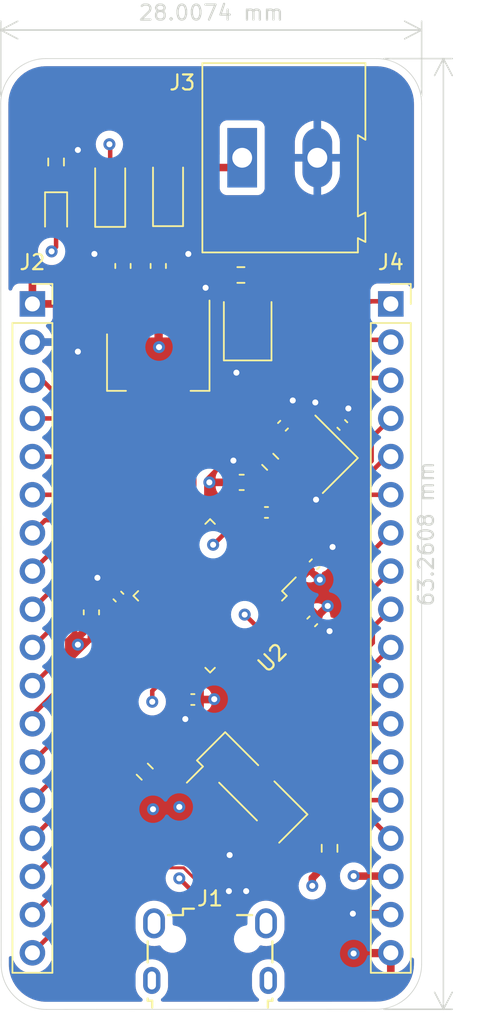
<source format=kicad_pcb>
(kicad_pcb (version 20211014) (generator pcbnew)
  (layers (0 "F.Cu" signal) (1 "In1.Cu" signal) (2 "In2.Cu" signal) (31 "B.Cu" power) (34 "B.Paste" user) (35 "F.Paste" user) (36 "B.SilkS" user "B.Silkscreen") (37 "F.SilkS" user "F.Silkscreen") (38 "B.Mask" user) (39 "F.Mask" user) (44 "Edge.Cuts" user))
  (net 0 "")
  (net 1 "GND")
  (net 2 "Net-(C1-Pad2)")
  (net 3 "+3V3")
  (net 4 "/Crystal_In")
  (net 5 "Net-(C11-Pad1)")
  (net 6 "VBUS")
  (net 7 "+BATT")
  (net 8 "Net-(D3-Pad2)")
  (net 9 "Net-(D4-Pad1)")
  (net 10 "/LED_STAT")
  (net 11 "/USB_D-")
  (net 12 "/USB_D+")
  (net 15 "/PC13")
  (net 16 "/PC14")
  (net 17 "/PC15")
  (net 18 "/PB0")
  (net 19 "/PB1")
  (net 20 "/PB2")
  (net 21 "/PB4")
  (net 22 "/PB5")
  (net 23 "/PB6")
  (net 24 "/PB7")
  (net 25 "/PB8")
  (net 26 "/PB9")
  (net 27 "/PB10")
  (net 28 "/PB11")
  (net 29 "/PB12")
  (net 30 "/PB13")
  (net 31 "/SWDIO")
  (net 32 "/SWCLK")
  (net 33 "/PA15")
  (net 34 "/SWO")
  (net 35 "/PA10")
  (net 36 "/PA9")
  (net 37 "/PA8")
  (net 38 "/PA7")
  (net 39 "/PA6")
  (net 40 "/PA5")
  (net 41 "/PA4")
  (net 42 "/PA3")
  (net 43 "/PA2")
  (net 44 "/PA0")
  (net 45 "/PB14")
  (net 46 "/PB15")
  (net 47 "/Boot_Mode")
  (net 48 "Net-(R2-Pad2)")
  (net 49 "/Crystal_Out")
  (footprint "Resistor_SMD:R_0603_1608Metric" (layer "F.Cu") (at 67.5 41.1 180)
    (fp_text reference "R1" hide)
    (fp_text value "330" hide)
    (pad "1" smd roundrect (at -0.825 0 180) (size 0.8 0.95) (layers "F.Cu" "F.Paste" "F.Mask") (net 8 "Net-(D3-Pad2)"))
    (pad "2" smd roundrect (at 0.825 0 180) (size 0.8 0.95) (layers "F.Cu" "F.Paste" "F.Mask") (net 3 "+3V3"))
  )
  (footprint "Capacitor_SMD:C_0603_1608Metric" (layer "F.Cu") (at 59.65 40.5 -90)
    (fp_text reference "C1" hide)
    (fp_text value "10uF" hide)
    (pad "1" smd roundrect (at -0.775 0 270) (size 0.9 0.95) (layers "F.Cu" "F.Paste" "F.Mask") (net 1 "GND"))
    (pad "2" smd roundrect (at 0.775 0 270) (size 0.9 0.95) (layers "F.Cu" "F.Paste" "F.Mask") (net 2 "Net-(C1-Pad2)"))
  )
  (footprint "Capacitor_SMD:C_0402_1005Metric" (layer "F.Cu") (at 72.25 64.15 -135)
    (fp_text reference "C6" hide)
    (fp_text value "100nF" hide)
    (pad "1" smd roundrect (at -0.48 0 225) (size 0.56 0.62) (layers "F.Cu" "F.Paste" "F.Mask") (net 3 "+3V3"))
    (pad "2" smd roundrect (at 0.48 0 225) (size 0.56 0.62) (layers "F.Cu" "F.Paste" "F.Mask") (net 1 "GND"))
  )
  (footprint "Diode_SMD:D_SOD-123" (layer "F.Cu") (at 62.65 35.6 90)
    (fp_text reference "D2" hide)
    (fp_text value "1N5819" hide)
    (pad "1" smd rect (at -1.65 0 90) (size 0.9 1.2) (layers "F.Cu" "F.Paste" "F.Mask") (net 2 "Net-(C1-Pad2)"))
    (pad "2" smd rect (at 1.65 0 90) (size 0.9 1.2) (layers "F.Cu" "F.Paste" "F.Mask") (net 7 "+BATT"))
  )
  (footprint "Resistor_SMD:R_0603_1608Metric" (layer "F.Cu") (at 55.2 33.58125 90)
    (fp_text reference "R5" hide)
    (fp_text value "1k5" hide)
    (pad "1" smd roundrect (at -0.825 0 90) (size 0.8 0.95) (layers "F.Cu" "F.Paste" "F.Mask") (net 9 "Net-(D4-Pad1)"))
    (pad "2" smd roundrect (at 0.825 0 90) (size 0.8 0.95) (layers "F.Cu" "F.Paste" "F.Mask") (net 1 "GND"))
  )
  (footprint "LED_SMD:LED_0603_1608Metric" (layer "F.Cu") (at 55.2 37.08125 -90)
    (fp_text reference "D4" hide)
    (fp_text value "BLUE" hide)
    (pad "1" smd roundrect (at -0.7875 0 270) (size 0.875 0.95) (layers "F.Cu" "F.Paste" "F.Mask") (net 9 "Net-(D4-Pad1)"))
    (pad "2" smd roundrect (at 0.7875 0 270) (size 0.875 0.95) (layers "F.Cu" "F.Paste" "F.Mask") (net 10 "/LED_STAT"))
  )
  (footprint "Capacitor_SMD:C_0402_1005Metric" (layer "F.Cu") (at 64.3 69.35 180)
    (fp_text reference "C4" hide)
    (fp_text value "100nF" hide)
    (pad "1" smd roundrect (at -0.48 0 180) (size 0.56 0.62) (layers "F.Cu" "F.Paste" "F.Mask") (net 3 "+3V3"))
    (pad "2" smd roundrect (at 0.48 0 180) (size 0.56 0.62) (layers "F.Cu" "F.Paste" "F.Mask") (net 1 "GND"))
  )
  (footprint "Connector_PinSocket_2.54mm:PinSocket_1x18_P2.54mm_Vertical" (layer "F.Cu") (at 53.625 43.025)
    (fp_text reference "J2" (at 0 -2.77) (layer "F.SilkS"))
    (fp_text value "Conn_01x18" hide)
    (pad "1" thru_hole rect (at 0 0) (size 1.7 1.7) (drill 1) (layers *.Cu *.Mask) (net 3 "+3V3"))
    (pad "2" thru_hole oval (at 0 2.54) (size 1.7 1.7) (drill 1) (layers *.Cu *.Mask) (net 1 "GND"))
    (pad "3" thru_hole oval (at 0 5.08) (size 1.7 1.7) (drill 1) (layers *.Cu *.Mask) (net 41 "/PA4"))
    (pad "4" thru_hole oval (at 0 7.62) (size 1.7 1.7) (drill 1) (layers *.Cu *.Mask) (net 40 "/PA5"))
    (pad "5" thru_hole oval (at 0 10.16) (size 1.7 1.7) (drill 1) (layers *.Cu *.Mask) (net 39 "/PA6"))
    (pad "6" thru_hole oval (at 0 12.7) (size 1.7 1.7) (drill 1) (layers *.Cu *.Mask) (net 38 "/PA7"))
    (pad "7" thru_hole oval (at 0 15.24) (size 1.7 1.7) (drill 1) (layers *.Cu *.Mask) (net 18 "/PB0"))
    (pad "8" thru_hole oval (at 0 17.78) (size 1.7 1.7) (drill 1) (layers *.Cu *.Mask) (net 19 "/PB1"))
    (pad "9" thru_hole oval (at 0 20.32) (size 1.7 1.7) (drill 1) (layers *.Cu *.Mask) (net 20 "/PB2"))
    (pad "10" thru_hole oval (at 0 22.86) (size 1.7 1.7) (drill 1) (layers *.Cu *.Mask) (net 27 "/PB10"))
    (pad "11" thru_hole oval (at 0 25.4) (size 1.7 1.7) (drill 1) (layers *.Cu *.Mask) (net 28 "/PB11"))
    (pad "12" thru_hole oval (at 0 27.94) (size 1.7 1.7) (drill 1) (layers *.Cu *.Mask) (net 29 "/PB12"))
    (pad "13" thru_hole oval (at 0 30.48) (size 1.7 1.7) (drill 1) (layers *.Cu *.Mask) (net 30 "/PB13"))
    (pad "14" thru_hole oval (at 0 33.02) (size 1.7 1.7) (drill 1) (layers *.Cu *.Mask) (net 45 "/PB14"))
    (pad "15" thru_hole oval (at 0 35.56) (size 1.7 1.7) (drill 1) (layers *.Cu *.Mask) (net 46 "/PB15"))
    (pad "16" thru_hole oval (at 0 38.1) (size 1.7 1.7) (drill 1) (layers *.Cu *.Mask) (net 37 "/PA8"))
    (pad "17" thru_hole oval (at 0 40.64) (size 1.7 1.7) (drill 1) (layers *.Cu *.Mask) (net 36 "/PA9"))
    (pad "18" thru_hole oval (at 0 43.18) (size 1.7 1.7) (drill 1) (layers *.Cu *.Mask) (net 35 "/PA10"))
  )
  (footprint "Capacitor_SMD:C_0603_1608Metric" (layer "F.Cu") (at 67.55 54.9)
    (fp_text reference "C9" hide)
    (fp_text value "1uF" hide)
    (pad "1" smd roundrect (at -0.775 0) (size 0.9 0.95) (layers "F.Cu" "F.Paste" "F.Mask") (net 3 "+3V3"))
    (pad "2" smd roundrect (at 0.775 0) (size 0.9 0.95) (layers "F.Cu" "F.Paste" "F.Mask") (net 1 "GND"))
  )
  (footprint "Capacitor_SMD:C_0402_1005Metric" (layer "F.Cu") (at 72.4 60.35 45)
    (fp_text reference "C5" hide)
    (fp_text value "100nF" hide)
    (pad "1" smd roundrect (at -0.48 0 45) (size 0.56 0.62) (layers "F.Cu" "F.Paste" "F.Mask") (net 3 "+3V3"))
    (pad "2" smd roundrect (at 0.48 0 45) (size 0.56 0.62) (layers "F.Cu" "F.Paste" "F.Mask") (net 1 "GND"))
  )
  (footprint "Resistor_SMD:R_0603_1608Metric" (layer "F.Cu") (at 69.45 53.531554 -45)
    (fp_text reference "R4" hide)
    (fp_text value "47" hide)
    (pad "1" smd roundrect (at -0.825 0 315) (size 0.8 0.95) (layers "F.Cu" "F.Paste" "F.Mask") (net 5 "Net-(C11-Pad1)"))
    (pad "2" smd roundrect (at 0.825 0 315) (size 0.8 0.95) (layers "F.Cu" "F.Paste" "F.Mask") (net 49 "/Crystal_Out"))
  )
  (footprint "Resistor_SMD:R_0603_1608Metric" (layer "F.Cu") (at 73.4 79.25 90)
    (fp_text reference "R2" hide)
    (fp_text value "10k" hide)
    (pad "1" smd roundrect (at -0.825 0 90) (size 0.8 0.95) (layers "F.Cu" "F.Paste" "F.Mask") (net 47 "/Boot_Mode"))
    (pad "2" smd roundrect (at 0.825 0 90) (size 0.8 0.95) (layers "F.Cu" "F.Paste" "F.Mask") (net 48 "Net-(R2-Pad2)"))
  )
  (footprint "Resistor_SMD:R_0603_1608Metric" (layer "F.Cu") (at 61.1 74.15 -45)
    (fp_text reference "R3" hide)
    (fp_text value "1.5k" hide)
    (pad "1" smd roundrect (at -0.825 0 315) (size 0.8 0.95) (layers "F.Cu" "F.Paste" "F.Mask") (net 12 "/USB_D+"))
    (pad "2" smd roundrect (at 0.825 0 315) (size 0.8 0.95) (layers "F.Cu" "F.Paste" "F.Mask") (net 3 "+3V3"))
  )
  (footprint "Capacitor_SMD:C_0603_1608Metric" (layer "F.Cu") (at 62 40.5 -90)
    (fp_text reference "C2" hide)
    (fp_text value "10uF" hide)
    (pad "1" smd roundrect (at -0.775 0 270) (size 0.9 0.95) (layers "F.Cu" "F.Paste" "F.Mask") (net 1 "GND"))
    (pad "2" smd roundrect (at 0.775 0 270) (size 0.9 0.95) (layers "F.Cu" "F.Paste" "F.Mask") (net 3 "+3V3"))
  )
  (footprint "Connector_PinSocket_2.54mm:PinSocket_1x18_P2.54mm_Vertical" (layer "F.Cu") (at 77.475 43.025)
    (fp_text reference "J4" (at 0 -2.77) (layer "F.SilkS"))
    (fp_text value "Conn_01x18" hide)
    (pad "1" thru_hole rect (at 0 0) (size 1.7 1.7) (drill 1) (layers *.Cu *.Mask) (net 42 "/PA3"))
    (pad "2" thru_hole oval (at 0 2.54) (size 1.7 1.7) (drill 1) (layers *.Cu *.Mask) (net 43 "/PA2"))
    (pad "3" thru_hole oval (at 0 5.08) (size 1.7 1.7) (drill 1) (layers *.Cu *.Mask) (net 44 "/PA0"))
    (pad "4" thru_hole oval (at 0 7.62) (size 1.7 1.7) (drill 1) (layers *.Cu *.Mask) (net 17 "/PC15"))
    (pad "5" thru_hole oval (at 0 10.16) (size 1.7 1.7) (drill 1) (layers *.Cu *.Mask) (net 16 "/PC14"))
    (pad "6" thru_hole oval (at 0 12.7) (size 1.7 1.7) (drill 1) (layers *.Cu *.Mask) (net 15 "/PC13"))
    (pad "7" thru_hole oval (at 0 15.24) (size 1.7 1.7) (drill 1) (layers *.Cu *.Mask) (net 26 "/PB9"))
    (pad "8" thru_hole oval (at 0 17.78) (size 1.7 1.7) (drill 1) (layers *.Cu *.Mask) (net 25 "/PB8"))
    (pad "9" thru_hole oval (at 0 20.32) (size 1.7 1.7) (drill 1) (layers *.Cu *.Mask) (net 24 "/PB7"))
    (pad "10" thru_hole oval (at 0 22.86) (size 1.7 1.7) (drill 1) (layers *.Cu *.Mask) (net 23 "/PB6"))
    (pad "11" thru_hole oval (at 0 25.4) (size 1.7 1.7) (drill 1) (layers *.Cu *.Mask) (net 22 "/PB5"))
    (pad "12" thru_hole oval (at 0 27.94) (size 1.7 1.7) (drill 1) (layers *.Cu *.Mask) (net 21 "/PB4"))
    (pad "13" thru_hole oval (at 0 30.48) (size 1.7 1.7) (drill 1) (layers *.Cu *.Mask) (net 34 "/SWO"))
    (pad "14" thru_hole oval (at 0 33.02) (size 1.7 1.7) (drill 1) (layers *.Cu *.Mask) (net 33 "/PA15"))
    (pad "15" thru_hole oval (at 0 35.56) (size 1.7 1.7) (drill 1) (layers *.Cu *.Mask) (net 32 "/SWCLK"))
    (pad "16" thru_hole oval (at 0 38.1) (size 1.7 1.7) (drill 1) (layers *.Cu *.Mask) (net 31 "/SWDIO"))
    (pad "17" thru_hole oval (at 0 40.64) (size 1.7 1.7) (drill 1) (layers *.Cu *.Mask) (net 1 "GND"))
    (pad "18" thru_hole oval (at 0 43.18) (size 1.7 1.7) (drill 1) (layers *.Cu *.Mask) (net 3 "+3V3"))
  )
  (footprint "Connector_USB:USB_Micro-B_Wuerth_629105150521" (layer "F.Cu") (at 65.445 86.095)
    (fp_text reference "J1" (at 0 -3.5) (layer "F.SilkS"))
    (fp_text value "USB_B_Micro" hide)
    (pad "" np_thru_hole oval (at -2.5 -0.8) (size 0.8 0.8) (drill 0.8) (layers *.Cu *.Mask))
    (pad "" np_thru_hole oval (at 2.5 -0.8) (size 0.8 0.8) (drill 0.8) (layers *.Cu *.Mask))
    (pad "1" smd rect (at -1.3 -1.9) (size 0.45 1.3) (layers "F.Cu" "F.Paste" "F.Mask") (net 6 "VBUS"))
    (pad "2" smd rect (at -0.65 -1.9) (size 0.45 1.3) (layers "F.Cu" "F.Paste" "F.Mask") (net 11 "/USB_D-"))
    (pad "3" smd rect (at 0 -1.9) (size 0.45 1.3) (layers "F.Cu" "F.Paste" "F.Mask") (net 12 "/USB_D+"))
    (pad "4" smd rect (at 0.65 -1.9) (size 0.45 1.3) (layers "F.Cu" "F.Paste" "F.Mask"))
    (pad "5" smd rect (at 1.3 -1.9) (size 0.45 1.3) (layers "F.Cu" "F.Paste" "F.Mask") (net 1 "GND"))
    (pad "6" thru_hole oval (at -3.875 1.95) (size 1.15 1.8) (drill oval 0.55 1.2) (layers *.Cu *.Mask))
    (pad "6" thru_hole oval (at -3.725 -1.85) (size 1.45 2) (drill oval 0.85 1.4) (layers *.Cu *.Mask))
    (pad "6" thru_hole oval (at 3.725 -1.85) (size 1.45 2) (drill oval 0.85 1.4) (layers *.Cu *.Mask))
    (pad "6" thru_hole oval (at 3.875 1.95) (size 1.15 1.8) (drill oval 0.55 1.2) (layers *.Cu *.Mask))
  )
  (footprint "Capacitor_SMD:C_0402_1005Metric" (layer "F.Cu") (at 74.25 51.081554 135)
    (fp_text reference "C10" hide)
    (fp_text value "12pF" hide)
    (pad "1" smd roundrect (at -0.48 0 135) (size 0.56 0.62) (layers "F.Cu" "F.Paste" "F.Mask") (net 4 "/Crystal_In"))
    (pad "2" smd roundrect (at 0.48 0 135) (size 0.56 0.62) (layers "F.Cu" "F.Paste" "F.Mask") (net 1 "GND"))
  )
  (footprint "Capacitor_SMD:C_0402_1005Metric" (layer "F.Cu") (at 59.35 62.5 135)
    (fp_text reference "C3" hide)
    (fp_text value "100nF" hide)
    (pad "1" smd roundrect (at -0.48 0 135) (size 0.56 0.62) (layers "F.Cu" "F.Paste" "F.Mask") (net 3 "+3V3"))
    (pad "2" smd roundrect (at 0.48 0 135) (size 0.56 0.62) (layers "F.Cu" "F.Paste" "F.Mask") (net 1 "GND"))
  )
  (footprint "Capacitor_SMD:C_0402_1005Metric" (layer "F.Cu") (at 69.2 56.9)
    (fp_text reference "C8" hide)
    (fp_text value "100nF" hide)
    (pad "1" smd roundrect (at -0.48 0) (size 0.56 0.62) (layers "F.Cu" "F.Paste" "F.Mask") (net 3 "+3V3"))
    (pad "2" smd roundrect (at 0.48 0) (size 0.56 0.62) (layers "F.Cu" "F.Paste" "F.Mask") (net 1 "GND"))
  )
  (footprint "Capacitor_SMD:C_0402_1005Metric" (layer "F.Cu") (at 70.3 51.131554 45)
    (fp_text reference "C11" hide)
    (fp_text value "12pF" hide)
    (pad "1" smd roundrect (at -0.48 0 45) (size 0.56 0.62) (layers "F.Cu" "F.Paste" "F.Mask") (net 5 "Net-(C11-Pad1)"))
    (pad "2" smd roundrect (at 0.48 0 45) (size 0.56 0.62) (layers "F.Cu" "F.Paste" "F.Mask") (net 1 "GND"))
  )
  (footprint "LED_SMD:LED_1210_3225Metric" (layer "F.Cu") (at 67.95 44.5 90)
    (fp_text reference "D3" hide)
    (fp_text value "LED_Green" hide)
    (pad "1" smd roundrect (at -1.4 0 90) (size 1.25 2.65) (layers "F.Cu" "F.Paste" "F.Mask") (roundrect_rratio 0.2) (net 1 "GND"))
    (pad "2" smd roundrect (at 1.4 0 90) (size 1.25 2.65) (layers "F.Cu" "F.Paste" "F.Mask") (roundrect_rratio 0.2) (net 8 "Net-(D3-Pad2)"))
  )
  (footprint "Crystal:Crystal_SMD_3225-4Pin_3.2x2.5mm" (layer "F.Cu") (at 72.7 53.031554 135)
    (fp_text reference "Y1" hide)
    (fp_text value "X322516MLB4SI" hide)
    (pad "1" smd rect (at -1.1 0.85 135) (size 1.4 1.2) (layers "F.Cu" "F.Paste" "F.Mask") (net 4 "/Crystal_In"))
    (pad "2" smd rect (at 1.1 0.85 135) (size 1.4 1.2) (layers "F.Cu" "F.Paste" "F.Mask") (net 1 "GND"))
    (pad "3" smd rect (at 1.1 -0.85 135) (size 1.4 1.2) (layers "F.Cu" "F.Paste" "F.Mask") (net 5 "Net-(C11-Pad1)"))
    (pad "4" smd rect (at -1.1 -0.85 135) (size 1.4 1.2) (layers "F.Cu" "F.Paste" "F.Mask") (net 1 "GND"))
  )
  (footprint "Package_QFP:LQFP-48_7x7mm_P0.5mm" (layer "F.Cu") (at 65.45 62.45 -135)
    (fp_text reference "U2" (at 0 -5.85 45) (layer "F.SilkS"))
    (fp_text value "STM32F302C8Tx" hide)
    (pad "1" smd roundrect (at -4.1625 -2.75 225) (size 1.475 0.3) (layers "F.Cu" "F.Paste" "F.Mask") (net 3 "+3V3"))
    (pad "2" smd roundrect (at -4.1625 -2.25 225) (size 1.475 0.3) (layers "F.Cu" "F.Paste" "F.Mask") (net 15 "/PC13"))
    (pad "3" smd roundrect (at -4.1625 -1.75 225) (size 1.475 0.3) (layers "F.Cu" "F.Paste" "F.Mask") (net 16 "/PC14"))
    (pad "4" smd roundrect (at -4.1625 -1.25 225) (size 1.475 0.3) (layers "F.Cu" "F.Paste" "F.Mask") (net 17 "/PC15"))
    (pad "5" smd roundrect (at -4.1625 -0.75 225) (size 1.475 0.3) (layers "F.Cu" "F.Paste" "F.Mask") (net 4 "/Crystal_In"))
    (pad "6" smd roundrect (at -4.1625 -0.25 225) (size 1.475 0.3) (layers "F.Cu" "F.Paste" "F.Mask") (net 49 "/Crystal_Out"))
    (pad "7" smd roundrect (at -4.1625 0.25 225) (size 1.475 0.3) (layers "F.Cu" "F.Paste" "F.Mask"))
    (pad "8" smd roundrect (at -4.1625 0.75 225) (size 1.475 0.3) (layers "F.Cu" "F.Paste" "F.Mask") (net 1 "GND"))
    (pad "9" smd roundrect (at -4.1625 1.25 225) (size 1.475 0.3) (layers "F.Cu" "F.Paste" "F.Mask") (net 3 "+3V3"))
    (pad "10" smd roundrect (at -4.1625 1.75 225) (size 1.475 0.3) (layers "F.Cu" "F.Paste" "F.Mask") (net 44 "/PA0"))
    (pad "11" smd roundrect (at -4.1625 2.25 225) (size 1.475 0.3) (layers "F.Cu" "F.Paste" "F.Mask") (net 10 "/LED_STAT"))
    (pad "12" smd roundrect (at -4.1625 2.75 225) (size 1.475 0.3) (layers "F.Cu" "F.Paste" "F.Mask") (net 43 "/PA2"))
    (pad "13" smd roundrect (at -2.75 4.1625 225) (size 0.3 1.475) (layers "F.Cu" "F.Paste" "F.Mask") (net 42 "/PA3"))
    (pad "14" smd roundrect (at -2.25 4.1625 225) (size 0.3 1.475) (layers "F.Cu" "F.Paste" "F.Mask") (net 41 "/PA4"))
    (pad "15" smd roundrect (at -1.75 4.1625 225) (size 0.3 1.475) (layers "F.Cu" "F.Paste" "F.Mask") (net 40 "/PA5"))
    (pad "16" smd roundrect (at -1.25 4.1625 225) (size 0.3 1.475) (layers "F.Cu" "F.Paste" "F.Mask") (net 39 "/PA6"))
    (pad "17" smd roundrect (at -0.75 4.1625 225) (size 0.3 1.475) (layers "F.Cu" "F.Paste" "F.Mask") (net 38 "/PA7"))
    (pad "18" smd roundrect (at -0.25 4.1625 225) (size 0.3 1.475) (layers "F.Cu" "F.Paste" "F.Mask") (net 18 "/PB0"))
    (pad "19" smd roundrect (at 0.25 4.1625 225) (size 0.3 1.475) (layers "F.Cu" "F.Paste" "F.Mask") (net 19 "/PB1"))
    (pad "20" smd roundrect (at 0.75 4.1625 225) (size 0.3 1.475) (layers "F.Cu" "F.Paste" "F.Mask") (net 20 "/PB2"))
    (pad "21" smd roundrect (at 1.25 4.1625 225) (size 0.3 1.475) (layers "F.Cu" "F.Paste" "F.Mask") (net 27 "/PB10"))
    (pad "22" smd roundrect (at 1.75 4.1625 225) (size 0.3 1.475) (layers "F.Cu" "F.Paste" "F.Mask") (net 28 "/PB11"))
    (pad "23" smd roundrect (at 2.25 4.1625 225) (size 0.3 1.475) (layers "F.Cu" "F.Paste" "F.Mask") (net 1 "GND"))
    (pad "24" smd roundrect (at 2.75 4.1625 225) (size 0.3 1.475) (layers "F.Cu" "F.Paste" "F.Mask") (net 3 "+3V3"))
    (pad "25" smd roundrect (at 4.1625 2.75 225) (size 1.475 0.3) (layers "F.Cu" "F.Paste" "F.Mask") (net 29 "/PB12"))
    (pad "26" smd roundrect (at 4.1625 2.25 225) (size 1.475 0.3) (layers "F.Cu" "F.Paste" "F.Mask") (net 30 "/PB13"))
    (pad "27" smd roundrect (at 4.1625 1.75 225) (size 1.475 0.3) (layers "F.Cu" "F.Paste" "F.Mask") (net 45 "/PB14"))
    (pad "28" smd roundrect (at 4.1625 1.25 225) (size 1.475 0.3) (layers "F.Cu" "F.Paste" "F.Mask") (net 46 "/PB15"))
    (pad "29" smd roundrect (at 4.1625 0.75 225) (size 1.475 0.3) (layers "F.Cu" "F.Paste" "F.Mask") (net 37 "/PA8"))
    (pad "30" smd roundrect (at 4.1625 0.25 225) (size 1.475 0.3) (layers "F.Cu" "F.Paste" "F.Mask") (net 36 "/PA9"))
    (pad "31" smd roundrect (at 4.1625 -0.25 225) (size 1.475 0.3) (layers "F.Cu" "F.Paste" "F.Mask") (net 35 "/PA10"))
    (pad "32" smd roundrect (at 4.1625 -0.75 225) (size 1.475 0.3) (layers "F.Cu" "F.Paste" "F.Mask") (net 11 "/USB_D-"))
    (pad "33" smd roundrect (at 4.1625 -1.25 225) (size 1.475 0.3) (layers "F.Cu" "F.Paste" "F.Mask") (net 12 "/USB_D+"))
    (pad "34" smd roundrect (at 4.1625 -1.75 225) (size 1.475 0.3) (layers "F.Cu" "F.Paste" "F.Mask") (net 31 "/SWDIO"))
    (pad "35" smd roundrect (at 4.1625 -2.25 225) (size 1.475 0.3) (layers "F.Cu" "F.Paste" "F.Mask") (net 1 "GND"))
    (pad "36" smd roundrect (at 4.1625 -2.75 225) (size 1.475 0.3) (layers "F.Cu" "F.Paste" "F.Mask") (net 3 "+3V3"))
    (pad "37" smd roundrect (at 2.75 -4.1625 225) (size 0.3 1.475) (layers "F.Cu" "F.Paste" "F.Mask") (net 32 "/SWCLK"))
    (pad "38" smd roundrect (at 2.25 -4.1625 225) (size 0.3 1.475) (layers "F.Cu" "F.Paste" "F.Mask") (net 33 "/PA15"))
    (pad "39" smd roundrect (at 1.75 -4.1625 225) (size 0.3 1.475) (layers "F.Cu" "F.Paste" "F.Mask") (net 34 "/SWO"))
    (pad "40" smd roundrect (at 1.25 -4.1625 225) (size 0.3 1.475) (layers "F.Cu" "F.Paste" "F.Mask") (net 21 "/PB4"))
    (pad "41" smd roundrect (at 0.75 -4.1625 225) (size 0.3 1.475) (layers "F.Cu" "F.Paste" "F.Mask") (net 22 "/PB5"))
    (pad "42" smd roundrect (at 0.25 -4.1625 225) (size 0.3 1.475) (layers "F.Cu" "F.Paste" "F.Mask") (net 23 "/PB6"))
    (pad "43" smd roundrect (at -0.25 -4.1625 225) (size 0.3 1.475) (layers "F.Cu" "F.Paste" "F.Mask") (net 24 "/PB7"))
    (pad "44" smd roundrect (at -0.75 -4.1625 225) (size 0.3 1.475) (layers "F.Cu" "F.Paste" "F.Mask") (net 47 "/Boot_Mode"))
    (pad "45" smd roundrect (at -1.25 -4.1625 225) (size 0.3 1.475) (layers "F.Cu" "F.Paste" "F.Mask") (net 25 "/PB8"))
    (pad "46" smd roundrect (at -1.75 -4.1625 225) (size 0.3 1.475) (layers "F.Cu" "F.Paste" "F.Mask") (net 26 "/PB9"))
    (pad "47" smd roundrect (at -2.25 -4.1625 225) (size 0.3 1.475) (layers "F.Cu" "F.Paste" "F.Mask") (net 1 "GND"))
    (pad "48" smd roundrect (at -2.75 -4.1625 225) (size 0.3 1.475) (layers "F.Cu" "F.Paste" "F.Mask") (net 3 "+3V3"))
  )
  (footprint "Capacitor_SMD:C_0603_1608Metric" (layer "F.Cu") (at 57.55 63.55 90)
    (fp_text reference "C7" hide)
    (fp_text value "4.7uF" hide)
    (pad "1" smd roundrect (at -0.775 0 90) (size 0.9 0.95) (layers "F.Cu" "F.Paste" "F.Mask") (net 3 "+3V3"))
    (pad "2" smd roundrect (at 0.775 0 90) (size 0.9 0.95) (layers "F.Cu" "F.Paste" "F.Mask") (net 1 "GND"))
  )
  (footprint "Diode_SMD:D_SOD-123" (layer "F.Cu") (at 58.8 35.65 90)
    (fp_text reference "D1" hide)
    (fp_text value "1N5819" hide)
    (pad "1" smd rect (at -1.65 0 90) (size 0.9 1.2) (layers "F.Cu" "F.Paste" "F.Mask") (net 2 "Net-(C1-Pad2)"))
    (pad "2" smd rect (at 1.65 0 90) (size 0.9 1.2) (layers "F.Cu" "F.Paste" "F.Mask") (net 6 "VBUS"))
  )
  (footprint "TerminalBlock:TerminalBlock_Altech_AK300-2_P5.00mm" (layer "F.Cu") (at 67.585 33.3)
    (fp_text reference "J3" (at -3.985 -5) (layer "F.SilkS"))
    (fp_text value "Screw_Terminal_01x02" hide)
    (pad "1" thru_hole rect (at 0 0) (size 1.98 3.96) (drill 1.32) (layers *.Cu *.Mask) (net 7 "+BATT"))
    (pad "2" thru_hole oval (at 5 0) (size 1.98 3.96) (drill 1.32) (layers *.Cu *.Mask) (net 1 "GND"))
  )
  (footprint "Connector_PinHeader_2.54mm:PinHeader_1x03_P2.54mm_Vertical_SMD_Pin1Left" (layer "F.Cu") (at 68.25 75.2 45)
    (fp_text reference "SW1" hide)
    (fp_text value "SW_SPDT" hide)
    (pad "1" smd rect (at -1.655 -2.54 45) (size 2.51 1) (layers "F.Cu" "F.Paste" "F.Mask") (net 3 "+3V3"))
    (pad "2" smd rect (at 1.655 0 45) (size 2.51 1) (layers "F.Cu" "F.Paste" "F.Mask") (net 48 "Net-(R2-Pad2)"))
    (pad "3" smd rect (at -1.655 2.54 45) (size 2.51 1) (layers "F.Cu" "F.Paste" "F.Mask") (net 1 "GND"))
  )
  (footprint "Package_TO_SOT_SMD:SOT-223-3_TabPin2" (layer "F.Cu") (at 62 46.9 -90)
    (fp_text reference "U1" hide)
    (fp_text value "AMS1117-3.3" hide)
    (pad "1" smd rect (at -3.15 -2.3 270) (size 2 1.5) (layers "F.Cu" "F.Paste" "F.Mask") (net 1 "GND"))
    (pad "2" smd rect (at -3.15 0 270) (size 2 1.5) (layers "F.Cu" "F.Paste" "F.Mask") (net 3 "+3V3"))
    (pad "2" smd rect (at 3.15 0 270) (size 2 3.8) (layers "F.Cu" "F.Paste" "F.Mask") (net 3 "+3V3"))
    (pad "3" smd rect (at -3.15 2.3 270) (size 2 1.5) (layers "F.Cu" "F.Paste" "F.Mask") (net 2 "Net-(C1-Pad2)"))
  )
  (gr_line (start 79.525 86.960787) (end 79.525 29.689214) (layer "Edge.Cuts") (width 0.05))
  (gr_line (start 76.525 26.7) (end 54.51764 26.7) (layer "Edge.Cuts") (width 0.05))
  (gr_line (start 54.54632 89.971573) (end 76.525 89.960787) (layer "Edge.Cuts") (width 0.05))
  (gr_arc (start 51.51764 29.7) (mid 52.39632 27.57868) (end 54.51764 26.7) (layer "Edge.Cuts") (width 0.05))
  (gr_arc (start 79.525 86.960787) (mid 78.64632 89.082107) (end 76.525 89.960787) (layer "Edge.Cuts") (width 0.05))
  (gr_arc (start 76.525 26.7) (mid 78.64632 27.57868) (end 79.525 29.7) (layer "Edge.Cuts") (width 0.05))
  (gr_line (start 51.54632 86.971573) (end 51.51764 29.7) (layer "Edge.Cuts") (width 0.05))
  (gr_arc (start 54.54632 89.971573) (mid 52.425 89.092893) (end 51.54632 86.971573) (layer "Edge.Cuts") (width 0.05))
  (dimension (type aligned) (layer "Edge.Cuts") (pts (xy 76.525 26.7) (xy 76.525 89.960787)) (height -4.45) (gr_text "63.2608 mm" (at 79.825 58.330393 90) (layer "Edge.Cuts") (effects (font (size 1 1) (thickness 0.15)))) (format (units 3) (units_format 1) (precision 4)) (style (thickness 0.1) (arrow_length 1.27) (text_position_mode 0) (extension_height 0.58642) (extension_offset 0.5) keep_text_aligned))
  (dimension (type aligned) (layer "Edge.Cuts") (pts (xy 51.51764 29.675) (xy 79.525 29.675)) (height -4.875) (gr_text "28.0074 mm" (at 65.52132 23.65) (layer "Edge.Cuts") (effects (font (size 1 1) (thickness 0.15)))) (format (units 3) (units_format 1) (precision 4)) (style (thickness 0.1) (arrow_length 1.27) (text_position_mode 0) (extension_height 0.58642) (extension_offset 0.5) keep_text_aligned))
  (segment (start 70.639411 50.792143) (end 70.639411 49.760589) (width 0.5) (layer "F.Cu") (net 1))
  (segment (start 72.221178 64.8) (end 73.4 64.8) (width 0.5) (layer "F.Cu") (net 1))
  (segment (start 72.523223 49.654777) (end 72.45 49.581554) (width 0.5) (layer "F.Cu") (net 1))
  (segment (start 53.625 45.565) (end 56.015 45.565) (width 0.5) (layer "F.Cu") (net 1))
  (segment (start 57.55 62.775) (end 57.55 61.65) (width 0.3) (layer "F.Cu") (net 1))
  (segment (start 56.015 45.565) (end 56.65 46.2) (width 0.5) (layer "F.Cu") (net 1))
  (segment (start 77.41 83.6) (end 77.475 83.665) (width 0.5) (layer "F.Cu") (net 1))
  (segment (start 63.82 69.35) (end 63.82 70.63) (width 0.3) (layer "F.Cu") (net 1))
  (segment (start 73.910589 50.720965) (end 74.65 49.981554) (width 0.5) (layer "F.Cu") (net 1))
  (segment (start 67 53.575) (end 68.325 54.9) (width 0.5) (layer "F.Cu") (net 1))
  (segment (start 67.2 46.65) (end 67.95 45.9) (width 0.5) (layer "F.Cu") (net 1))
  (segment (start 67.85 82.1) (end 67.85 83.2) (width 0.5) (layer "F.Cu") (net 1))
  (segment (start 57.55 62.775) (end 58.396178 62.775) (width 0.3) (layer "F.Cu") (net 1))
  (segment (start 57.55 61.65) (end 57.95 61.25) (width 0.3) (layer "F.Cu") (net 1))
  (segment (start 56.65 32.78125) (end 55.225 32.78125) (width 0.5) (layer "F.Cu") (net 1))
  (segment (start 69.68 56.255) (end 69.68 56.9) (width 0.3) (layer "F.Cu") (net 1))
  (segment (start 66.75 79.7) (end 67.342103 79.7) (width 0.5) (layer "F.Cu") (net 1))
  (segment (start 66.769511 82.169511) (end 66.769511 84.195) (width 0.5) (layer "F.Cu") (net 1))
  (segment (start 72.789411 60.010589) (end 73.6 59.2) (width 0.5) (layer "F.Cu") (net 1))
  (segment (start 70.671391 64.489411) (end 71.910589 64.489411) (width 0.3) (layer "F.Cu") (net 1))
  (segment (start 67.85 83.2) (end 66.855 84.195) (width 0.5) (layer "F.Cu") (net 1))
  (segment (start 55.225 32.78125) (end 55.2 32.75625) (width 0.5) (layer "F.Cu") (net 1))
  (segment (start 60.915678 61.097658) (end 60.323222 60.505202) (width 0.3) (layer "F.Cu") (net 1))
  (segment (start 74.95 83.6) (end 77.41 83.6) (width 0.5) (layer "F.Cu") (net 1))
  (segment (start 63.505202 67.576778) (end 63.505202 69.035202) (width 0.3) (layer "F.Cu") (net 1))
  (segment (start 66.7 82.1) (end 66.769511 82.169511) (width 0.5) (layer "F.Cu") (net 1))
  (segment (start 72.739411 60.010589) (end 72.789411 60.010589) (width 0.5) (layer "F.Cu") (net 1))
  (segment (start 73.910589 50.742143) (end 73.910589 50.720965) (width 0.5) (layer "F.Cu") (net 1))
  (segment (start 60.323222 60.505202) (end 59.970856 60.505202) (width 0.3) (layer "F.Cu") (net 1))
  (segment (start 63.505202 69.035202) (end 63.82 69.35) (width 0.3) (layer "F.Cu") (net 1))
  (segment (start 71.910589 64.489411) (end 72.221178 64.8) (width 0.5) (layer "F.Cu") (net 1))
  (segment (start 58.396178 62.775) (end 59.010589 62.160589) (width 0.3) (layer "F.Cu") (net 1))
  (segment (start 66.855 84.195) (end 66.769511 84.195) (width 0.5) (layer "F.Cu") (net 1))
  (segment (start 70.639411 49.760589) (end 70.95 49.45) (width 0.5) (layer "F.Cu") (net 1))
  (segment (start 64.097658 66.984322) (end 63.505202 67.576778) (width 0.3) (layer "F.Cu") (net 1))
  (segment (start 67.342103 79.7) (end 68.87579 78.166313) (width 0.5) (layer "F.Cu") (net 1))
  (segment (start 57.75 39.7) (end 59.625 39.7) (width 0.5) (layer "F.Cu") (net 1))
  (segment (start 63.82 70.63) (end 63.8 70.65) (width 0.3) (layer "F.Cu") (net 1))
  (segment (start 72.5 54.787189) (end 72.876777 54.410412) (width 0.5) (layer "F.Cu") (net 1))
  (segment (start 59.625 39.7) (end 59.65 39.725) (width 0.5) (layer "F.Cu") (net 1))
  (segment (start 64.3 43.75) (end 64.3 42.8) (width 0.5) (layer "F.Cu") (net 1))
  (segment (start 67.2 47.6) (end 67.2 46.65) (width 0.5) (layer "F.Cu") (net 1))
  (segment (start 59.970856 60.505202) (end 59.010589 61.465469) (width 0.3) (layer "F.Cu") (net 1))
  (segment (start 59.010589 61.465469) (end 59.010589 62.160589) (width 0.3) (layer "F.Cu") (net 1))
  (segment (start 72.5 56.05) (end 72.5 54.787189) (width 0.5) (layer "F.Cu") (net 1))
  (segment (start 69.984322 63.802342) (end 70.671391 64.489411) (width 0.3) (layer "F.Cu") (net 1))
  (segment (start 64 39.7) (end 62.025 39.7) (width 0.5) (layer "F.Cu") (net 1))
  (segment (start 64.3 42.8) (end 65.15 41.95) (width 0.5) (layer "F.Cu") (net 1))
  (segment (start 68.325 54.9) (end 69.68 56.255) (width 0.3) (layer "F.Cu") (net 1))
  (segment (start 67 53.45) (end 67 53.575) (width 0.5) (layer "F.Cu") (net 1))
  (segment (start 62.025 39.7) (end 62 39.725) (width 0.5) (layer "F.Cu") (net 1))
  (segment (start 72.523223 51.652696) (end 72.523223 49.654777) (width 0.5) (layer "F.Cu") (net 1))
  (segment (start 69.68 57.15934) (end 67.863002 58.976338) (width 0.3) (layer "F.Cu") (net 1))
  (segment (start 69.68 56.9) (end 69.68 57.15934) (width 0.3) (layer "F.Cu") (net 1))
  (via (at 73.6 59.2) (size 0.8) (drill 0.4) (layers "F.Cu" "B.Cu") (net 1))
  (via (at 57.75 39.7) (size 0.8) (drill 0.4) (layers "F.Cu" "B.Cu") (net 1))
  (via (at 63.8 70.65) (size 0.8) (drill 0.4) (layers "F.Cu" "B.Cu") (net 1))
  (via (at 65.15 41.95) (size 0.8) (drill 0.4) (layers "F.Cu" "B.Cu") (net 1))
  (via (at 67.85 82.1) (size 0.8) (drill 0.4) (layers "F.Cu" "B.Cu") (net 1))
  (via (at 56.65 46.2) (size 0.8) (drill 0.4) (layers "F.Cu" "B.Cu") (net 1))
  (via (at 67.2 47.6) (size 0.8) (drill 0.4) (layers "F.Cu" "B.Cu") (net 1))
  (via (at 72.5 56.05) (size 0.8) (drill 0.4) (layers "F.Cu" "B.Cu") (net 1))
  (via (at 72.45 49.581554) (size 0.8) (drill 0.4) (layers "F.Cu" "B.Cu") (net 1))
  (via (at 70.95 49.45) (size 0.8) (drill 0.4) (layers "F.Cu" "B.Cu") (net 1))
  (via (at 64 39.7) (size 0.8) (drill 0.4) (layers "F.Cu" "B.Cu") (net 1))
  (via (at 67 53.45) (size 0.8) (drill 0.4) (layers "F.Cu" "B.Cu") (net 1))
  (via (at 74.65 49.981554) (size 0.8) (drill 0.4) (layers "F.Cu" "B.Cu") (net 1))
  (via (at 57.95 61.25) (size 0.8) (drill 0.4) (layers "F.Cu" "B.Cu") (net 1))
  (via (at 66.7 82.1) (size 0.8) (drill 0.4) (layers "F.Cu" "B.Cu") (net 1))
  (via (at 66.75 79.7) (size 0.8) (drill 0.4) (layers "F.Cu" "B.Cu") (net 1))
  (via (at 73.4 64.8) (size 0.8) (drill 0.4) (layers "F.Cu" "B.Cu") (net 1))
  (via (at 74.95 83.6) (size 0.8) (drill 0.4) (layers "F.Cu" "B.Cu") (net 1))
  (via (at 56.65 32.78125) (size 0.8) (drill 0.4) (layers "F.Cu" "B.Cu") (net 1))
  (segment (start 58.8 37.3) (end 56.45 39.65) (width 0.5) (layer "F.Cu") (net 2))
  (segment (start 56.45 39.65) (end 56.45 41.85) (width 0.5) (layer "F.Cu") (net 2))
  (segment (start 58.85 37.25) (end 58.8 37.3) (width 0.5) (layer "F.Cu") (net 2))
  (segment (start 58.35 43.75) (end 59.7 43.75) (width 0.5) (layer "F.Cu") (net 2))
  (segment (start 59.65 43.7) (end 59.7 43.75) (width 0.5) (layer "F.Cu") (net 2))
  (segment (start 62.65 37.25) (end 58.85 37.25) (width 0.5) (layer "F.Cu") (net 2))
  (segment (start 56.45 41.85) (end 58.35 43.75) (width 0.5) (layer "F.Cu") (net 2))
  (segment (start 59.65 41.275) (end 59.65 43.7) (width 0.5) (layer "F.Cu") (net 2))
  (segment (start 61.683363 76.616637) (end 61.65 76.65) (width 0.5) (layer "F.Cu") (net 3))
  (segment (start 63.4 76.5) (end 63.4 76.457897) (width 0.5) (layer "F.Cu") (net 3))
  (segment (start 61.683363 74.733363) (end 61.683363 76.616637) (width 0.5) (layer "F.Cu") (net 3))
  (segment (start 57.55 64.325) (end 58.203822 64.325) (width 0.3) (layer "F.Cu") (net 3))
  (segment (start 65.4 54.9) (end 66.775 54.9) (width 0.5) (layer "F.Cu") (net 3))
  (segment (start 70.337876 61.450532) (end 70.337876 61.451212) (width 0.3) (layer "F.Cu") (net 3))
  (segment (start 72.22761 63.448788) (end 70.337876 63.448788) (width 0.3) (layer "F.Cu") (net 3))
  (segment (start 58.203822 64.325) (end 59.689411 62.839411) (width 0.3) (layer "F.Cu") (net 3))
  (segment (start 68.72 56.9) (end 68.72 56.845) (width 0.3) (layer "F.Cu") (net 3))
  (segment (start 62.05 45.9) (end 62.05 43.8) (width 0.5) (layer "F.Cu") (net 3))
  (segment (start 62 44.1) (end 62 43.75) (width 0.5) (layer "F.Cu") (net 3))
  (segment (start 56.65 65.7) (end 56.65 65.225) (width 0.5) (layer "F.Cu") (net 3))
  (segment (start 68.72 57.412234) (end 67.509449 58.622785) (width 0.3) (layer "F.Cu") (net 3))
  (segment (start 56.65 65.225) (end 57.55 64.325) (width 0.5) (layer "F.Cu") (net 3))
  (segment (start 68.72 56.845) (end 66.775 54.9) (width 0.3) (layer "F.Cu") (net 3))
  (segment (start 63.4 76.457897) (end 65.283687 74.57421) (width 0.5) (layer "F.Cu") (net 3))
  (segment (start 64.78 69.35) (end 64.78 67.666664) (width 0.3) (layer "F.Cu") (net 3))
  (segment (start 60.562124 61.966698) (end 59.689411 62.839411) (width 0.3) (layer "F.Cu") (net 3))
  (segment (start 72.060589 60.689411) (end 72.064411 60.689411) (width 0.3) (layer "F.Cu") (net 3))
  (segment (start 64.78 69.35) (end 65.7 69.35) (width 0.3) (layer "F.Cu") (net 3))
  (segment (start 72.060589 60.689411) (end 71.098997 60.689411) (width 0.3) (layer "F.Cu") (net 3))
  (segment (start 62.05 43.8) (end 62 43.75) (width 0.5) (layer "F.Cu") (net 3))
  (segment (start 64.65 41.1) (end 62 43.75) (width 0.3) (layer "F.Cu") (net 3))
  (segment (start 72.064411 60.689411) (end 72.75 61.375) (width 0.3) (layer "F.Cu") (net 3))
  (segment (start 66.675 41.1) (end 64.65 41.1) (width 0.3) (layer "F.Cu") (net 3))
  (segment (start 65.7 69.35) (end 65.725 69.325) (width 0.3) (layer "F.Cu") (net 3))
  (segment (start 71.098997 60.689411) (end 70.337876 61.450532) (width 0.3) (layer "F.Cu") (net 3))
  (segment (start 72.589411 63.810589) (end 73.275 63.125) (width 0.3) (layer "F.Cu") (net 3))
  (segment (start 72.589411 63.810589) (end 72.22761 63.448788) (width 0.3) (layer "F.Cu") (net 3))
  (segment (start 75 86.25) (end 77.43 86.25) (width 0.5) (layer "F.Cu") (net 3))
  (segment (start 77.43 86.25) (end 77.475 86.205) (width 0.5) (layer "F.Cu") (net 3))
  (segment (start 68.72 56.9) (end 68.72 57.412234) (width 0.3) (layer "F.Cu") (net 3))
  (segment (start 62 41.275) (end 62 43.75) (width 0.5) (layer "F.Cu") (net 3))
  (segment (start 60.562124 61.451212) (end 60.562124 61.966698) (width 0.3) (layer "F.Cu") (net 3))
  (segment (start 64.78 67.666664) (end 64.451212 67.337876) (width 0.3) (layer "F.Cu") (net 3))
  (via (at 75 86.25) (size 0.8) (drill 0.4) (layers "F.Cu" "B.Cu") (net 3))
  (via (at 61.65 76.65) (size 0.8) (drill 0.4) (layers "F.Cu" "B.Cu") (net 3))
  (via (at 63.4 76.5) (size 0.8) (drill 0.4) (layers "F.Cu" "B.Cu") (net 3))
  (via (at 56.65 65.7) (size 0.8) (drill 0.4) (layers "F.Cu" "B.Cu") (net 3))
  (via (at 72.75 61.375) (size 0.8) (drill 0.4) (layers "F.Cu" "B.Cu") (net 3))
  (via (at 65.725 69.325) (size 0.8) (drill 0.4) (layers "F.Cu" "B.Cu") (net 3))
  (via (at 73.275 63.125) (size 0.8) (drill 0.4) (layers "F.Cu" "B.Cu") (net 3))
  (via (at 65.4 54.9) (size 0.8) (drill 0.4) (layers "F.Cu" "B.Cu") (net 3))
  (via (at 62.05 45.9) (size 0.8) (drill 0.4) (layers "F.Cu" "B.Cu") (net 3))
  (segment (start 74.078858 51.931518) (end 74.589411 51.420965) (width 0.3) (layer "F.Cu") (net 4))
  (segment (start 68.923662 60.036998) (end 71.608018 57.352642) (width 0.3) (layer "F.Cu") (net 4))
  (segment (start 72.702943 53.1) (end 73.970527 53.1) (width 0.3) (layer "F.Cu") (net 4))
  (segment (start 71.608018 57.352642) (end 71.608018 54.194925) (width 0.3) (layer "F.Cu") (net 4))
  (segment (start 71.608018 54.194925) (end 72.702943 53.1) (width 0.3) (layer "F.Cu") (net 4))
  (segment (start 74.078858 53.208331) (end 74.078858 51.931518) (width 0.3) (layer "F.Cu") (net 4))
  (segment (start 73.970527 53.1) (end 74.078858 53.208331) (width 0.3) (layer "F.Cu") (net 4))
  (segment (start 71.321142 52.854777) (end 71.321142 52.831518) (width 0.3) (layer "F.Cu") (net 5))
  (segment (start 71.321142 52.831518) (end 69.960589 51.470965) (width 0.3) (layer "F.Cu") (net 5))
  (segment (start 71.227728 52.948191) (end 71.321142 52.854777) (width 0.3) (layer "F.Cu") (net 5))
  (segment (start 68.866637 52.948191) (end 71.227728 52.948191) (width 0.3) (layer "F.Cu") (net 5))
  (segment (start 58.8 32.45) (end 58.75 32.4) (width 0.3) (layer "F.Cu") (net 6))
  (segment (start 58.8 34) (end 58.8 32.45) (width 0.3) (layer "F.Cu") (net 6))
  (segment (start 64.145 81.995) (end 64.145 84.195) (width 0.3) (layer "F.Cu") (net 6))
  (segment (start 63.4 81.25) (end 64.145 81.995) (width 0.3) (layer "F.Cu") (net 6))
  (via (at 58.75 32.4) (size 0.8) (drill 0.4) (layers "F.Cu" "B.Cu") (net 6))
  (via (at 63.4 81.25) (size 0.8) (drill 0.4) (layers "F.Cu" "B.Cu") (net 6))
  (segment (start 66.935 33.95) (end 67.585 33.3) (width 0.5) (layer "F.Cu") (net 7))
  (segment (start 62.65 33.95) (end 66.935 33.95) (width 0.5) (layer "F.Cu") (net 7))
  (segment (start 68.325 42.725) (end 67.95 43.1) (width 0.3) (layer "F.Cu") (net 8))
  (segment (start 68.325 41.1) (end 68.325 42.725) (width 0.3) (layer "F.Cu") (net 8))
  (segment (start 55.2 34.40625) (end 55.2 36.29375) (width 0.3) (layer "F.Cu") (net 9))
  (segment (start 55.2 39.23125) (end 54.9 39.53125) (width 0.3) (layer "F.Cu") (net 10))
  (segment (start 55.2 37.86875) (end 55.2 39.23125) (width 0.3) (layer "F.Cu") (net 10))
  (segment (start 65.66802 59.05) (end 66.802342 57.915678) (width 0.3) (layer "F.Cu") (net 10))
  (segment (start 65.65 59.05) (end 65.66802 59.05) (width 0.3) (layer "F.Cu") (net 10))
  (via (at 54.9 39.53125) (size 0.8) (drill 0.4) (layers "F.Cu" "B.Cu") (net 10))
  (via (at 65.65 59.05) (size 0.8) (drill 0.4) (layers "F.Cu" "B.Cu") (net 10))
  (segment (start 58.59902 70.396994) (end 58.59902 78.61722) (width 0.2) (layer "F.Cu") (net 11))
  (segment (start 61.388603 79.975) (end 61.964092 80.550489) (width 0.2) (layer "F.Cu") (net 11))
  (segment (start 61.964092 80.550489) (end 63.689748 80.550489) (width 0.2) (layer "F.Cu") (net 11))
  (segment (start 59.9568 79.975) (end 61.388603 79.975) (width 0.2) (layer "F.Cu") (net 11))
  (segment (start 64.895 81.755741) (end 64.895 83.119999) (width 0.2) (layer "F.Cu") (net 11))
  (segment (start 64.795 83.219999) (end 64.795 84.195) (width 0.2) (layer "F.Cu") (net 11))
  (segment (start 58.59902 78.61722) (end 59.9568 79.975) (width 0.2) (layer "F.Cu") (net 11))
  (segment (start 63.036998 65.959016) (end 58.59902 70.396994) (width 0.2) (layer "F.Cu") (net 11))
  (segment (start 64.895 83.119999) (end 64.795 83.219999) (width 0.2) (layer "F.Cu") (net 11))
  (segment (start 63.689748 80.550489) (end 64.895 81.755741) (width 0.2) (layer "F.Cu") (net 11))
  (segment (start 63.036998 65.923662) (end 63.036998 65.959016) (width 0.2) (layer "F.Cu") (net 11))
  (segment (start 65.445 83.219999) (end 65.445 84.195) (width 0.2) (layer "F.Cu") (net 12))
  (segment (start 59.816637 73.566637) (end 59.04902 72.79902) (width 0.3) (layer "F.Cu") (net 12))
  (segment (start 62.150498 80.100498) (end 63.876141 80.100498) (width 0.2) (layer "F.Cu") (net 12))
  (segment (start 60.516637 73.566637) (end 59.816637 73.566637) (width 0.3) (layer "F.Cu") (net 12))
  (segment (start 59.04902 78.43082) (end 60.1432 79.525) (width 0.2) (layer "F.Cu") (net 12))
  (segment (start 63.876141 80.100498) (end 65.345 81.569357) (width 0.2) (layer "F.Cu") (net 12))
  (segment (start 63.355197 66.277215) (end 59.04902 70.583392) (width 0.2) (layer "F.Cu") (net 12))
  (segment (start 61.575 79.525) (end 62.150498 80.100498) (width 0.2) (layer "F.Cu") (net 12))
  (segment (start 59.04902 72.79902) (end 59.04902 78.43082) (width 0.2) (layer "F.Cu") (net 12))
  (segment (start 65.345 83.119999) (end 65.445 83.219999) (width 0.2) (layer "F.Cu") (net 12))
  (segment (start 63.390551 66.277215) (end 63.355197 66.277215) (width 0.2) (layer "F.Cu") (net 12))
  (segment (start 59.04902 70.583392) (end 59.04902 72.79902) (width 0.2) (layer "F.Cu") (net 12))
  (segment (start 65.345 81.569357) (end 65.345 83.119999) (width 0.2) (layer "F.Cu") (net 12))
  (segment (start 60.1432 79.525) (end 61.575 79.525) (width 0.2) (layer "F.Cu") (net 12))
  (segment (start 69.984322 61.097658) (end 75.35698 55.725) (width 0.3) (layer "F.Cu") (net 15))
  (segment (start 75.35698 55.725) (end 77.475 55.725) (width 0.3) (layer "F.Cu") (net 15))
  (segment (start 77.189874 53.185) (end 77.475 53.185) (width 0.3) (layer "F.Cu") (net 16))
  (segment (start 69.630769 60.744105) (end 77.189874 53.185) (width 0.3) (layer "F.Cu") (net 16))
  (segment (start 77.475 50.645) (end 76.2 51.92) (width 0.3) (layer "F.Cu") (net 17))
  (segment (start 76.2 51.92) (end 76.2 53.468446) (width 0.3) (layer "F.Cu") (net 17))
  (segment (start 76.2 53.468446) (end 69.277895 60.390551) (width 0.3) (layer "F.Cu") (net 17))
  (segment (start 69.277895 60.390551) (end 69.277215 60.390551) (width 0.3) (layer "F.Cu") (net 17))
  (segment (start 60.768554 57.415) (end 62.683445 59.329891) (width 0.3) (layer "F.Cu") (net 18))
  (segment (start 54.475 57.415) (end 60.768554 57.415) (width 0.3) (layer "F.Cu") (net 18))
  (segment (start 53.625 58.265) (end 54.475 57.415) (width 0.3) (layer "F.Cu") (net 18))
  (segment (start 62.683445 59.329213) (end 62.683445 59.329891) (width 0.3) (layer "F.Cu") (net 18))
  (segment (start 55.922877 58.507123) (end 53.625 60.805) (width 0.3) (layer "F.Cu") (net 19))
  (segment (start 61.153569 58.507123) (end 55.922877 58.507123) (width 0.3) (layer "F.Cu") (net 19))
  (segment (start 62.329891 59.683445) (end 61.153569 58.507123) (width 0.3) (layer "F.Cu") (net 19))
  (segment (start 61.976338 60.036998) (end 60.945982 59.006642) (width 0.3) (layer "F.Cu") (net 20))
  (segment (start 53.625 63.345) (end 55.15 61.82) (width 0.3) (layer "F.Cu") (net 20))
  (segment (start 60.945982 59.006642) (end 56.143358 59.006642) (width 0.3) (layer "F.Cu") (net 20))
  (segment (start 55.15 60) (end 55.95 59.2) (width 0.3) (layer "F.Cu") (net 20))
  (segment (start 55.15 61.82) (end 55.15 60) (width 0.3) (layer "F.Cu") (net 20))
  (segment (start 56.143358 59.006642) (end 55.775 59.375) (width 0.3) (layer "F.Cu") (net 20))
  (segment (start 67.509449 66.277215) (end 72.197234 70.965) (width 0.3) (layer "F.Cu") (net 21))
  (segment (start 72.197234 70.965) (end 77.475 70.965) (width 0.3) (layer "F.Cu") (net 21))
  (segment (start 70.36434 68.425) (end 77.475 68.425) (width 0.3) (layer "F.Cu") (net 22))
  (segment (start 67.863002 65.923662) (end 70.36434 68.425) (width 0.3) (layer "F.Cu") (net 22))
  (segment (start 77.475 65.885) (end 75.43452 67.92548) (width 0.3) (layer "F.Cu") (net 23))
  (segment (start 70.571926 67.92548) (end 68.216555 65.570109) (width 0.3) (layer "F.Cu") (net 23))
  (segment (start 75.43452 67.92548) (end 70.571926 67.92548) (width 0.3) (layer "F.Cu") (net 23))
  (segment (start 70.779514 67.42596) (end 74.42404 67.42596) (width 0.3) (layer "F.Cu") (net 24))
  (segment (start 76.275489 65.574511) (end 76.275489 64.544511) (width 0.3) (layer "F.Cu") (net 24))
  (segment (start 68.570109 65.216555) (end 70.779514 67.42596) (width 0.3) (layer "F.Cu") (net 24))
  (segment (start 74.42404 67.42596) (end 76.275489 65.574511) (width 0.3) (layer "F.Cu") (net 24))
  (segment (start 76.275489 64.544511) (end 77.475 63.345) (width 0.3) (layer "F.Cu") (net 24))
  (segment (start 69.277215 64.509449) (end 70.867766 66.1) (width 0.3) (layer "F.Cu") (net 25))
  (segment (start 75 66.1) (end 75.775969 65.324031) (width 0.3) (layer "F.Cu") (net 25))
  (segment (start 75.775969 65.324031) (end 75.77597 62.50403) (width 0.3) (layer "F.Cu") (net 25))
  (segment (start 75.77597 62.50403) (end 77.475 60.805) (width 0.3) (layer "F.Cu") (net 25))
  (segment (start 70.867766 66.1) (end 75 66.1) (width 0.3) (layer "F.Cu") (net 25))
  (segment (start 75.246786 60.493214) (end 75.246786 65.146786) (width 0.3) (layer "F.Cu") (net 26))
  (segment (start 77.475 58.265) (end 75.246786 60.493214) (width 0.3) (layer "F.Cu") (net 26))
  (segment (start 74.793092 65.60048) (end 71.074674 65.60048) (width 0.3) (layer "F.Cu") (net 26))
  (segment (start 69.630769 64.156575) (end 69.630769 64.155895) (width 0.3) (layer "F.Cu") (net 26))
  (segment (start 71.074674 65.60048) (end 69.630769 64.156575) (width 0.3) (layer "F.Cu") (net 26))
  (segment (start 75.246786 65.146786) (end 74.793092 65.60048) (width 0.3) (layer "F.Cu") (net 26))
  (segment (start 61.622785 60.389873) (end 61.622785 60.390551) (width 0.3) (layer "F.Cu") (net 27))
  (segment (start 55.85 60.15) (end 56.25 59.75) (width 0.3) (layer "F.Cu") (net 27))
  (segment (start 60.738396 59.506162) (end 56.493839 59.506162) (width 0.3) (layer "F.Cu") (net 27))
  (segment (start 56.493839 59.506162) (end 56.075 59.925) (width 0.3) (layer "F.Cu") (net 27))
  (segment (start 53.625 65.885) (end 55.85 63.66) (width 0.3) (layer "F.Cu") (net 27))
  (segment (start 61.622785 60.390551) (end 60.738396 59.506162) (width 0.3) (layer "F.Cu") (net 27))
  (segment (start 55.85 63.66) (end 55.85 60.15) (width 0.3) (layer "F.Cu") (net 27))
  (segment (start 56.35 63.866428) (end 55.133214 65.083214) (width 0.3) (layer "F.Cu") (net 28))
  (segment (start 55.133214 65.083214) (end 55.133214 66.916786) (width 0.3) (layer "F.Cu") (net 28))
  (segment (start 61.269231 60.744105) (end 60.530808 60.005682) (width 0.3) (layer "F.Cu") (net 28))
  (segment (start 56.35 60.356428) (end 56.35 63.866428) (width 0.3) (layer "F.Cu") (net 28))
  (segment (start 55.133214 66.916786) (end 53.625 68.425) (width 0.3) (layer "F.Cu") (net 28))
  (segment (start 56.700746 60.005682) (end 56.35 60.356428) (width 0.3) (layer "F.Cu") (net 28))
  (segment (start 60.530808 60.005682) (end 56.700746 60.005682) (width 0.3) (layer "F.Cu") (net 28))
  (segment (start 53.625 70.385912) (end 60.562124 63.448788) (width 0.3) (layer "F.Cu") (net 29))
  (segment (start 53.625 70.965) (end 53.625 70.385912) (width 0.3) (layer "F.Cu") (net 29))
  (segment (start 60.915678 63.80302) (end 60.915678 63.802342) (width 0.3) (layer "F.Cu") (net 30))
  (segment (start 55.25867 71.87133) (end 55.25867 69.45867) (width 0.3) (layer "F.Cu") (net 30))
  (segment (start 60.914998 63.802342) (end 60.915678 63.802342) (width 0.3) (layer "F.Cu") (net 30))
  (segment (start 55.25867 69.45867) (end 60.914998 63.802342) (width 0.3) (layer "F.Cu") (net 30))
  (segment (start 53.625 73.505) (end 55.25867 71.87133) (width 0.3) (layer "F.Cu") (net 30))
  (segment (start 61.6 68.774874) (end 63.744105 66.630769) (width 0.3) (layer "F.Cu") (net 31))
  (segment (start 61.6 69.5) (end 61.6 68.774874) (width 0.3) (layer "F.Cu") (net 31))
  (segment (start 75 81.1) (end 77.45 81.1) (width 0.5) (layer "F.Cu") (net 31))
  (segment (start 77.45 81.1) (end 77.475 81.125) (width 0.5) (layer "F.Cu") (net 31))
  (via (at 75 81.1) (size 0.8) (drill 0.4) (layers "F.Cu" "B.Cu") (net 31))
  (via (at 61.6 69.5) (size 0.8) (drill 0.4) (layers "F.Cu" "B.Cu") (net 31))
  (segment (start 66.448788 67.558788) (end 66.448788 67.337876) (width 0.3) (layer "F.Cu") (net 32))
  (segment (start 77.475 78.585) (end 66.448788 67.558788) (width 0.3) (layer "F.Cu") (net 32))
  (segment (start 77.475 76.045) (end 75.86302 76.045) (width 0.3) (layer "F.Cu") (net 33))
  (segment (start 75.86302 76.045) (end 66.802342 66.984322) (width 0.3) (layer "F.Cu") (net 33))
  (segment (start 74.030126 73.505) (end 67.155895 66.630769) (width 0.3) (layer "F.Cu") (net 34))
  (segment (start 77.475 73.505) (end 74.030126 73.505) (width 0.3) (layer "F.Cu") (net 34))
  (segment (start 58.14952 81.68048) (end 53.625 86.205) (width 0.3) (layer "F.Cu") (net 35))
  (segment (start 58.14952 70.104034) (end 58.14952 81.68048) (width 0.3) (layer "F.Cu") (net 35))
  (segment (start 62.683445 65.570109) (end 58.14952 70.104034) (width 0.3) (layer "F.Cu") (net 35))
  (segment (start 62.329891 65.216555) (end 57.65 69.896446) (width 0.3) (layer "F.Cu") (net 36))
  (segment (start 57.65 69.896446) (end 57.65 79.64) (width 0.3) (layer "F.Cu") (net 36))
  (segment (start 57.65 79.64) (end 53.625 83.665) (width 0.3) (layer "F.Cu") (net 36))
  (segment (start 57.14952 77.60048) (end 53.625 81.125) (width 0.3) (layer "F.Cu") (net 37))
  (segment (start 61.470009 65.370009) (end 61.795009 65.045009) (width 0.3) (layer "F.Cu") (net 37))
  (segment (start 61.976338 64.863002) (end 57.14952 69.68982) (width 0.3) (layer "F.Cu") (net 37))
  (segment (start 57.14952 69.68982) (end 57.14952 77.60048) (width 0.3) (layer "F.Cu") (net 37))
  (segment (start 59.786338 55.726356) (end 62.604991 58.545009) (width 0.3) (layer "F.Cu") (net 38))
  (segment (start 59.786338 55.725) (end 59.786338 55.726356) (width 0.3) (layer "F.Cu") (net 38))
  (segment (start 62.604991 58.545009) (end 62.605668 58.545009) (width 0.3) (layer "F.Cu") (net 38))
  (segment (start 62.605668 58.545009) (end 63.036998 58.976338) (width 0.3) (layer "F.Cu") (net 38))
  (segment (start 53.625 55.725) (end 59.786338 55.725) (width 0.3) (layer "F.Cu") (net 38))
  (segment (start 57.952766 53.185) (end 63.390551 58.622785) (width 0.3) (layer "F.Cu") (net 39))
  (segment (start 53.625 53.185) (end 57.952766 53.185) (width 0.3) (layer "F.Cu") (net 39))
  (segment (start 53.625 50.645) (end 56.119874 50.645) (width 0.3) (layer "F.Cu") (net 40))
  (segment (start 56.119874 50.645) (end 63.744105 58.269231) (width 0.3) (layer "F.Cu") (net 40))
  (segment (start 64.097658 57.915678) (end 54.28698 48.105) (width 0.3) (layer "F.Cu") (net 41))
  (segment (start 54.28698 48.105) (end 53.625 48.105) (width 0.3) (layer "F.Cu") (net 41))
  (segment (start 74.512145 42.875) (end 63.394204 53.992941) (width 0.3) (layer "F.Cu") (net 42))
  (segment (start 63.394204 53.992941) (end 63.394204 56.505796) (width 0.3) (layer "F.Cu") (net 42))
  (segment (start 74.512145 42.875) (end 75.925 42.875) (width 0.3) (layer "F.Cu") (net 42))
  (segment (start 75.925 42.875) (end 76.125 42.875) (width 0.3) (layer "F.Cu") (net 42))
  (segment (start 77.475 43.025) (end 77.3 42.85) (width 0.3) (layer "F.Cu") (net 42))
  (segment (start 63.394204 56.505796) (end 64.450532 57.562124) (width 0.3) (layer "F.Cu") (net 42))
  (segment (start 77.3 42.85) (end 75.95 42.85) (width 0.3) (layer "F.Cu") (net 42))
  (segment (start 75.95 42.85) (end 75.925 42.875) (width 0.3) (layer "F.Cu") (net 42))
  (segment (start 64.450532 57.562124) (end 64.451212 57.562124) (width 0.3) (layer "F.Cu") (net 42))
  (segment (start 65.781723 52.31185) (end 65.896787 52.196787) (width 0.3) (layer "F.Cu") (net 43))
  (segment (start 77.325 45.415) (end 77.475 45.565) (width 0.3) (layer "F.Cu") (net 43))
  (segment (start 65.15764 57.562124) (end 63.893724 56.298208) (width 0.3) (layer "F.Cu") (net 43))
  (segment (start 66.448788 57.562124) (end 65.15764 57.562124) (width 0.3) (layer "F.Cu") (net 43))
  (segment (start 63.893724 56.298208) (end 63.893724 54.19985) (width 0.3) (layer "F.Cu") (net 43))
  (segment (start 72.678573 45.415) (end 77.325 45.415) (width 0.3) (layer "F.Cu") (net 43))
  (segment (start 63.893724 54.19985) (end 65.896787 52.196787) (width 0.3) (layer "F.Cu") (net 43))
  (segment (start 65.896787 52.196787) (end 72.678573 45.415) (width 0.3) (layer "F.Cu") (net 43))
  (segment (start 77.475 48.105) (end 77.325 47.955) (width 0.3) (layer "F.Cu") (net 44))
  (segment (start 77.325 47.955) (end 70.845 47.955) (width 0.3) (layer "F.Cu") (net 44))
  (segment (start 67.040056 56.616114) (end 67.748352 57.32441) (width 0.3) (layer "F.Cu") (net 44))
  (segment (start 64.393244 54.406756) (end 64.393244 56.0913) (width 0.3) (layer "F.Cu") (net 44))
  (segment (start 65.364548 57.062604) (end 66.137396 57.062604) (width 0.3) (layer "F.Cu") (net 44))
  (segment (start 70.845 47.955) (end 64.393244 54.406756) (width 0.3) (layer "F.Cu") (net 44))
  (segment (start 66.583886 56.616114) (end 67.040056 56.616114) (width 0.3) (layer "F.Cu") (net 44))
  (segment (start 67.748352 57.676774) (end 67.155895 58.269231) (width 0.3) (layer "F.Cu") (net 44))
  (segment (start 67.748352 57.32441) (end 67.748352 57.676774) (width 0.3) (layer "F.Cu") (net 44))
  (segment (start 64.393244 56.0913) (end 65.364548 57.062604) (width 0.3) (layer "F.Cu") (net 44))
  (segment (start 66.137396 57.062604) (end 66.583886 56.616114) (width 0.3) (layer "F.Cu") (net 44))
  (segment (start 53.625 76.045) (end 55.986884 73.683116) (width 0.3) (layer "F.Cu") (net 45))
  (segment (start 55.986884 69.438242) (end 61.269231 64.155895) (width 0.3) (layer "F.Cu") (net 45))
  (segment (start 55.986884 73.683116) (end 55.986884 69.438242) (width 0.3) (layer "F.Cu") (net 45))
  (segment (start 61.622785 64.510127) (end 61.622785 64.509449) (width 0.3) (layer "F.Cu") (net 46))
  (segment (start 53.625 78.585) (end 56.65 75.56) (width 0.3) (layer "F.Cu") (net 46))
  (segment (start 56.65 69.481554) (end 61.622105 64.509449) (width 0.3) (layer "F.Cu") (net 46))
  (segment (start 56.65 75.56) (end 56.65 69.481554) (width 0.3) (layer "F.Cu") (net 46))
  (segment (start 61.622105 64.509449) (end 61.622785 64.509449) (width 0.3) (layer "F.Cu") (net 46))
  (segment (start 72.25 81.225) (end 73.4 80.075) (width 0.5) (layer "F.Cu") (net 47))
  (segment (start 67.75 63.7) (end 67.76066 63.7) (width 0.3) (layer "F.Cu") (net 47))
  (segment (start 67.76066 63.7) (end 68.923662 64.863002) (width 0.3) (layer "F.Cu") (net 47))
  (segment (start 72.25 81.75) (end 72.25 81.225) (width 0.5) (layer "F.Cu") (net 47))
  (via (at 72.25 81.75) (size 0.8) (drill 0.4) (layers "F.Cu" "B.Cu") (net 47))
  (via (at 67.75 63.7) (size 0.8) (drill 0.4) (layers "F.Cu" "B.Cu") (net 47))
  (segment (start 69.420262 74.029738) (end 73.4 78.009476) (width 0.3) (layer "F.Cu") (net 48))
  (segment (start 73.4 78.009476) (end 73.4 78.425) (width 0.3) (layer "F.Cu") (net 48))
  (segment (start 70.033363 54.114917) (end 71.108498 55.190052) (width 0.3) (layer "F.Cu") (net 49))
  (segment (start 71.108498 57.145056) (end 68.570109 59.683445) (width 0.3) (layer "F.Cu") (net 49))
  (segment (start 71.108498 55.190052) (end 71.108498 57.145056) (width 0.3) (layer "F.Cu") (net 49))
  (zone (net 3) (net_name "+3V3") (layer "F.Cu") (connect_pads (clearance 0.508)) (min_thickness 0.254) (fill yes (thermal_gap 0.508) (thermal_bridge_width 0.508))
    (polygon (pts (xy 79.67706 26.715699) (xy 79.476116 89.996431) (xy 51.55 90.050024) (xy 51.550944 26.669292)))
  )
  (zone (net 1) (net_name "GND") (layer "B.Cu") (connect_pads (clearance 0.508)) (min_thickness 0.254) (fill yes (thermal_gap 0.508) (thermal_bridge_width 0.508))
    (polygon (pts (xy 79.5501 89.949131) (xy 51.55 90) (xy 51.55 26.7) (xy 79.6001 26.699131)))
  )
)
</source>
